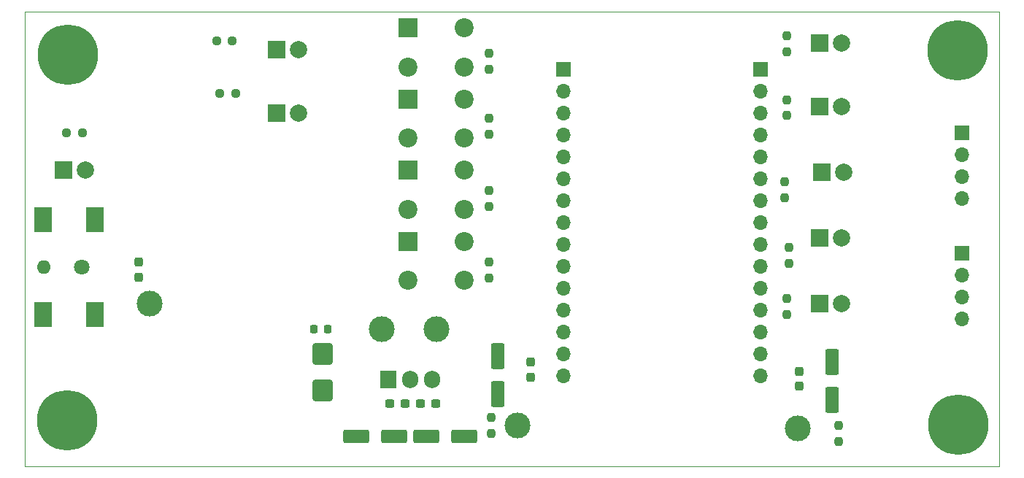
<source format=gbr>
%TF.GenerationSoftware,KiCad,Pcbnew,7.0.5*%
%TF.CreationDate,2024-07-10T14:16:31-04:00*%
%TF.ProjectId,homeWork2,686f6d65-576f-4726-9b32-2e6b69636164,V2*%
%TF.SameCoordinates,Original*%
%TF.FileFunction,Soldermask,Top*%
%TF.FilePolarity,Negative*%
%FSLAX46Y46*%
G04 Gerber Fmt 4.6, Leading zero omitted, Abs format (unit mm)*
G04 Created by KiCad (PCBNEW 7.0.5) date 2024-07-10 14:16:31*
%MOMM*%
%LPD*%
G01*
G04 APERTURE LIST*
G04 Aperture macros list*
%AMRoundRect*
0 Rectangle with rounded corners*
0 $1 Rounding radius*
0 $2 $3 $4 $5 $6 $7 $8 $9 X,Y pos of 4 corners*
0 Add a 4 corners polygon primitive as box body*
4,1,4,$2,$3,$4,$5,$6,$7,$8,$9,$2,$3,0*
0 Add four circle primitives for the rounded corners*
1,1,$1+$1,$2,$3*
1,1,$1+$1,$4,$5*
1,1,$1+$1,$6,$7*
1,1,$1+$1,$8,$9*
0 Add four rect primitives between the rounded corners*
20,1,$1+$1,$2,$3,$4,$5,0*
20,1,$1+$1,$4,$5,$6,$7,0*
20,1,$1+$1,$6,$7,$8,$9,0*
20,1,$1+$1,$8,$9,$2,$3,0*%
G04 Aperture macros list end*
%ADD10RoundRect,0.237500X-0.237500X0.250000X-0.237500X-0.250000X0.237500X-0.250000X0.237500X0.250000X0*%
%ADD11R,2.000000X2.000000*%
%ADD12C,2.000000*%
%ADD13R,2.200000X2.200000*%
%ADD14C,2.200000*%
%ADD15C,0.800000*%
%ADD16C,7.000000*%
%ADD17R,1.700000X1.700000*%
%ADD18O,1.700000X1.700000*%
%ADD19RoundRect,0.250000X0.900000X-1.000000X0.900000X1.000000X-0.900000X1.000000X-0.900000X-1.000000X0*%
%ADD20C,3.000000*%
%ADD21RoundRect,0.237500X-0.250000X-0.237500X0.250000X-0.237500X0.250000X0.237500X-0.250000X0.237500X0*%
%ADD22RoundRect,0.237500X-0.237500X0.300000X-0.237500X-0.300000X0.237500X-0.300000X0.237500X0.300000X0*%
%ADD23RoundRect,0.250000X-1.250000X-0.550000X1.250000X-0.550000X1.250000X0.550000X-1.250000X0.550000X0*%
%ADD24RoundRect,0.250000X0.550000X-1.250000X0.550000X1.250000X-0.550000X1.250000X-0.550000X-1.250000X0*%
%ADD25RoundRect,0.218750X0.218750X0.256250X-0.218750X0.256250X-0.218750X-0.256250X0.218750X-0.256250X0*%
%ADD26RoundRect,0.237500X0.250000X0.237500X-0.250000X0.237500X-0.250000X-0.237500X0.250000X-0.237500X0*%
%ADD27RoundRect,0.237500X0.237500X-0.250000X0.237500X0.250000X-0.237500X0.250000X-0.237500X-0.250000X0*%
%ADD28RoundRect,0.237500X0.237500X-0.300000X0.237500X0.300000X-0.237500X0.300000X-0.237500X-0.300000X0*%
%ADD29RoundRect,0.250000X1.250000X0.550000X-1.250000X0.550000X-1.250000X-0.550000X1.250000X-0.550000X0*%
%ADD30O,1.600000X1.600000*%
%ADD31C,1.800000*%
%ADD32R,2.000000X3.000000*%
%ADD33R,2.000000X2.999999*%
%ADD34RoundRect,0.237500X0.300000X0.237500X-0.300000X0.237500X-0.300000X-0.237500X0.300000X-0.237500X0*%
%ADD35RoundRect,0.237500X-0.300000X-0.237500X0.300000X-0.237500X0.300000X0.237500X-0.300000X0.237500X0*%
%ADD36R,1.905000X2.000000*%
%ADD37O,1.905000X2.000000*%
%TA.AperFunction,Profile*%
%ADD38C,0.100000*%
%TD*%
G04 APERTURE END LIST*
D10*
%TO.C,R14*%
X138176000Y-69699500D03*
X138176000Y-71524500D03*
%TD*%
D11*
%TO.C,D6-lostSock1*%
X142240000Y-53594000D03*
D12*
X144780000Y-53594000D03*
%TD*%
D13*
%TO.C,S2-RepeatCalculation1*%
X94452900Y-60128600D03*
D14*
X100952900Y-60128600D03*
X94452900Y-64628600D03*
X100952900Y-64628600D03*
%TD*%
D15*
%TO.C,H1*%
X52375000Y-55000000D03*
X53143845Y-53143845D03*
X53143845Y-56856155D03*
X55000000Y-52375000D03*
D16*
X55000000Y-55000000D03*
D15*
X55000000Y-57625000D03*
X56856155Y-53143845D03*
X56856155Y-56856155D03*
X57625000Y-55000000D03*
%TD*%
D17*
%TO.C,J2*%
X112522000Y-56642000D03*
D18*
X112522000Y-59182000D03*
X112522000Y-61722000D03*
X112522000Y-64262000D03*
X112522000Y-66802000D03*
X112522000Y-69342000D03*
X112522000Y-71882000D03*
X112522000Y-74422000D03*
X112522000Y-76962000D03*
X112522000Y-79502000D03*
X112522000Y-82042000D03*
X112522000Y-84582000D03*
X112522000Y-87122000D03*
X112522000Y-89662000D03*
X112522000Y-92202000D03*
%TD*%
D17*
%TO.C,J5_DFPLAYER1*%
X158750000Y-77978000D03*
D18*
X158750000Y-80518000D03*
X158750000Y-83058000D03*
X158750000Y-85598000D03*
%TD*%
D19*
%TO.C,D2*%
X84524750Y-93942750D03*
X84524750Y-89642750D03*
%TD*%
D20*
%TO.C,TP5*%
X139700000Y-98298000D03*
%TD*%
D10*
%TO.C,R12*%
X138430000Y-52785000D03*
X138430000Y-54610000D03*
%TD*%
D20*
%TO.C,TP2*%
X91398750Y-86792750D03*
%TD*%
D21*
%TO.C,R2*%
X54864000Y-64008000D03*
X56689000Y-64008000D03*
%TD*%
D15*
%TO.C,H2*%
X52317155Y-97360155D03*
X53086000Y-95504000D03*
X53086000Y-99216310D03*
X54942155Y-94735155D03*
D16*
X54942155Y-97360155D03*
D15*
X54942155Y-99985155D03*
X56798310Y-95504000D03*
X56798310Y-99216310D03*
X57567155Y-97360155D03*
%TD*%
D22*
%TO.C,C2*%
X63246000Y-79047000D03*
X63246000Y-80772000D03*
%TD*%
D23*
%TO.C,C4*%
X88470750Y-99220750D03*
X92870750Y-99220750D03*
%TD*%
D24*
%TO.C,C3*%
X104902000Y-94316000D03*
X104902000Y-89916000D03*
%TD*%
D25*
%TO.C,F1*%
X85099750Y-86792750D03*
X83524750Y-86792750D03*
%TD*%
D10*
%TO.C,R9*%
X138684000Y-77319500D03*
X138684000Y-79144500D03*
%TD*%
D26*
%TO.C,R10*%
X74064500Y-53340000D03*
X72239500Y-53340000D03*
%TD*%
D27*
%TO.C,R4*%
X103886000Y-64158500D03*
X103886000Y-62333500D03*
%TD*%
D28*
%TO.C,C1*%
X108712000Y-92370000D03*
X108712000Y-90645000D03*
%TD*%
D11*
%TO.C,D1*%
X54506500Y-68326000D03*
D12*
X57046500Y-68326000D03*
%TD*%
D10*
%TO.C,R3*%
X103886000Y-54817000D03*
X103886000Y-56642000D03*
%TD*%
D15*
%TO.C,H4*%
X155695155Y-97868155D03*
X156464000Y-96012000D03*
X156464000Y-99724310D03*
X158320155Y-95243155D03*
D16*
X158320155Y-97868155D03*
D15*
X158320155Y-100493155D03*
X160176310Y-96012000D03*
X160176310Y-99724310D03*
X160945155Y-97868155D03*
%TD*%
D11*
%TO.C,D3-babyCrying1*%
X142240000Y-76200000D03*
D12*
X144780000Y-76200000D03*
%TD*%
D13*
%TO.C,S1-morseCodeDanger1*%
X94452900Y-51878600D03*
D14*
X100952900Y-51878600D03*
X94452900Y-56378600D03*
X100952900Y-56378600D03*
%TD*%
D10*
%TO.C,R1*%
X104140000Y-97045500D03*
X104140000Y-98870500D03*
%TD*%
D29*
%TO.C,C7*%
X100998750Y-99220750D03*
X96598750Y-99220750D03*
%TD*%
D20*
%TO.C,TP4*%
X107188000Y-97958000D03*
%TD*%
D27*
%TO.C,R7*%
X144375500Y-99822000D03*
X144375500Y-97997000D03*
%TD*%
D11*
%TO.C,D5-coldFood1*%
X142240000Y-83820000D03*
D12*
X144780000Y-83820000D03*
%TD*%
D20*
%TO.C,TP3*%
X97748750Y-86792750D03*
%TD*%
D27*
%TO.C,R5*%
X103886000Y-72540500D03*
X103886000Y-70715500D03*
%TD*%
D11*
%TO.C,D9-MUTE1*%
X79223500Y-61722000D03*
D12*
X81763500Y-61722000D03*
%TD*%
D13*
%TO.C,S3-muteFiveMin1*%
X94452900Y-68378600D03*
D14*
X100952900Y-68378600D03*
X94452900Y-72878600D03*
X100952900Y-72878600D03*
%TD*%
D11*
%TO.C,D4-ONOFF1*%
X79248000Y-54356000D03*
D12*
X81788000Y-54356000D03*
%TD*%
D17*
%TO.C,J4_LCD1*%
X158750000Y-64008000D03*
D18*
X158750000Y-66548000D03*
X158750000Y-69088000D03*
X158750000Y-71628000D03*
%TD*%
D30*
%TO.C,J1*%
X52200000Y-79636000D03*
D31*
X56600000Y-79636000D03*
D32*
X58100000Y-74136000D03*
X58100000Y-85136000D03*
X52100000Y-85136000D03*
D33*
X52100000Y-74136000D03*
%TD*%
D34*
%TO.C,C6*%
X97629250Y-95410750D03*
X95904250Y-95410750D03*
%TD*%
D27*
%TO.C,R6*%
X103886000Y-80869400D03*
X103886000Y-79044400D03*
%TD*%
D35*
%TO.C,C5*%
X92348250Y-95410750D03*
X94073250Y-95410750D03*
%TD*%
D11*
%TO.C,D7-SheildFailure1*%
X142240000Y-60960000D03*
D12*
X144780000Y-60960000D03*
%TD*%
D10*
%TO.C,R11*%
X138430000Y-83265000D03*
X138430000Y-85090000D03*
%TD*%
D36*
%TO.C,U1*%
X92184750Y-92687750D03*
D37*
X94724750Y-92687750D03*
X97264750Y-92687750D03*
%TD*%
D26*
%TO.C,R8*%
X74469000Y-59436000D03*
X72644000Y-59436000D03*
%TD*%
D28*
%TO.C,C8*%
X139803500Y-93422000D03*
X139803500Y-91697000D03*
%TD*%
D10*
%TO.C,R13*%
X138430000Y-60198000D03*
X138430000Y-62023000D03*
%TD*%
D13*
%TO.C,S4-SendEmergMessage1*%
X94452900Y-76628600D03*
D14*
X100952900Y-76628600D03*
X94452900Y-81128600D03*
X100952900Y-81128600D03*
%TD*%
D24*
%TO.C,C9*%
X143613500Y-95013500D03*
X143613500Y-90613500D03*
%TD*%
D17*
%TO.C,J3*%
X135382000Y-56642000D03*
D18*
X135382000Y-59182000D03*
X135382000Y-61722000D03*
X135382000Y-64262000D03*
X135382000Y-66802000D03*
X135382000Y-69342000D03*
X135382000Y-71882000D03*
X135382000Y-74422000D03*
X135382000Y-76962000D03*
X135382000Y-79502000D03*
X135382000Y-82042000D03*
X135382000Y-84582000D03*
X135382000Y-87122000D03*
X135382000Y-89662000D03*
X135382000Y-92202000D03*
%TD*%
D11*
%TO.C,D8-highBP1*%
X142478000Y-68580000D03*
D12*
X145018000Y-68580000D03*
%TD*%
D20*
%TO.C,TP1*%
X64516000Y-83820000D03*
%TD*%
D15*
%TO.C,H3*%
X155538845Y-54434155D03*
X156307690Y-52578000D03*
X156307690Y-56290310D03*
X158163845Y-51809155D03*
D16*
X158163845Y-54434155D03*
D15*
X158163845Y-57059155D03*
X160020000Y-52578000D03*
X160020000Y-56290310D03*
X160788845Y-54434155D03*
%TD*%
D38*
X50000000Y-50000000D02*
X163062000Y-50000000D01*
X163062000Y-102706000D01*
X50000000Y-102706000D01*
X50000000Y-50000000D01*
M02*

</source>
